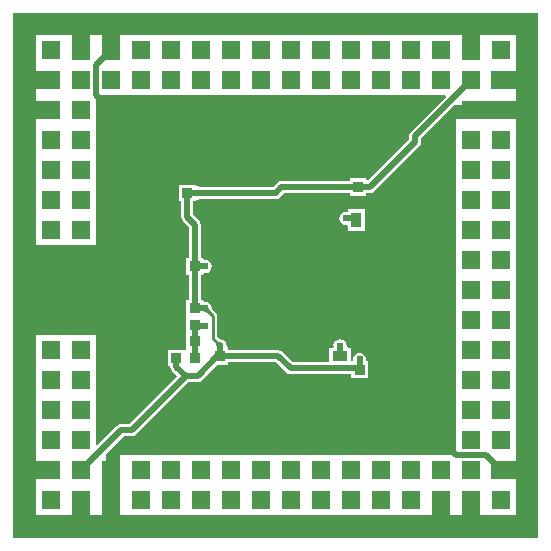
<source format=gbl>
%FSLAX25Y25*%
%MOIN*%
G70*
G01*
G75*
G04 Layer_Physical_Order=2*
G04 Layer_Color=16711680*
%ADD10C,0.01000*%
%ADD11C,0.01200*%
%ADD12O,0.01181X0.06890*%
%ADD13O,0.06890X0.01181*%
%ADD14R,0.09449X0.07874*%
%ADD15R,0.03543X0.03740*%
%ADD16R,0.06000X0.18000*%
%ADD17R,0.18000X0.04000*%
%ADD18R,0.10000X0.08248*%
%ADD19R,0.06000X0.08000*%
%ADD20R,0.08000X0.06000*%
%ADD21R,0.06000X0.08500*%
%ADD22R,0.08500X0.06000*%
%ADD23R,0.18000X0.06000*%
%ADD24R,0.10000X0.08500*%
%ADD25R,0.07500X0.12000*%
%ADD26R,0.05906X0.05906*%
%ADD27R,0.05906X0.05906*%
%ADD28C,0.02400*%
%ADD29C,0.04500*%
%ADD30C,0.02000*%
%ADD31R,0.03740X0.03543*%
%ADD32R,0.05118X0.03543*%
%ADD33R,0.03543X0.05118*%
%ADD34R,0.04654X0.02962*%
%ADD35R,0.04962X0.04654*%
%ADD36R,0.18724X0.06000*%
%ADD37R,0.06000X0.18500*%
G36*
X175277Y500D02*
X277D01*
Y68000D01*
Y98000D01*
Y175500D01*
X175277D01*
Y500D01*
D02*
G37*
%LPC*%
G36*
X167777Y168000D02*
X7777D01*
Y98057D01*
X27777Y98210D01*
Y148000D01*
X144239D01*
X144431Y147538D01*
X132835Y135942D01*
X132393Y135280D01*
X132237Y134500D01*
Y133345D01*
X118510Y119617D01*
X118048Y119809D01*
Y120319D01*
X112505D01*
Y119488D01*
X89725D01*
X88945Y119333D01*
X88283Y118891D01*
X86932Y117539D01*
X62685D01*
X62635Y117572D01*
X61777Y117743D01*
X61584Y117705D01*
X61198Y118022D01*
Y118272D01*
X55458D01*
Y112728D01*
X56288D01*
Y107449D01*
X56288Y107449D01*
X56288D01*
X56444Y106668D01*
X56886Y106007D01*
X58789Y104104D01*
Y93772D01*
X57958D01*
Y88228D01*
X58789D01*
Y79772D01*
X57958D01*
Y74228D01*
Y68728D01*
Y63272D01*
X57595D01*
Y63272D01*
X51855D01*
Y57728D01*
X52509D01*
X52686Y57551D01*
X52686Y57551D01*
D01*
X52841Y56771D01*
X53283Y56109D01*
X54893Y54500D01*
X38932Y38539D01*
X36277D01*
X35496Y38384D01*
X34835Y37942D01*
X28238Y31346D01*
X27777Y31537D01*
Y68000D01*
X7777D01*
Y8000D01*
X167777D01*
Y168000D01*
D02*
G37*
%LPD*%
G36*
X147776Y144463D02*
Y28000D01*
X31314D01*
X31122Y28462D01*
X37121Y34461D01*
X39777D01*
X40557Y34616D01*
X41218Y35058D01*
X58621Y52461D01*
X61777D01*
X62557Y52616D01*
X63218Y53058D01*
X68341Y58181D01*
X72048D01*
Y59012D01*
X87881D01*
X91335Y55558D01*
X91996Y55116D01*
X92777Y54961D01*
X113005D01*
Y53681D01*
X118548D01*
Y59421D01*
X118299D01*
X117981Y59808D01*
X118020Y60000D01*
X117849Y60858D01*
X117363Y61586D01*
X116635Y62072D01*
X115777Y62243D01*
X114918Y62072D01*
X114190Y61586D01*
X113704Y60858D01*
X113533Y60000D01*
X113572Y59808D01*
X113306Y59484D01*
X112836Y59653D01*
Y63906D01*
X111795D01*
X111478Y64292D01*
X111520Y64500D01*
X111349Y65358D01*
X110863Y66086D01*
X110135Y66572D01*
X109276Y66743D01*
X108418Y66572D01*
X107690Y66086D01*
X107204Y65358D01*
X107033Y64500D01*
X107075Y64292D01*
X106758Y63906D01*
X105717D01*
Y59039D01*
X93621D01*
X90167Y62493D01*
X89506Y62935D01*
X88725Y63090D01*
X72048D01*
Y63921D01*
X71799D01*
X71481Y64308D01*
X71520Y64500D01*
X71349Y65358D01*
X70863Y66086D01*
X70135Y66572D01*
X69276Y66743D01*
X69269Y66742D01*
X69169Y66783D01*
X69163Y66776D01*
X69163Y66776D01*
X68306Y67633D01*
Y74500D01*
X68209Y74988D01*
X68190Y75085D01*
X67858Y75581D01*
X66553Y76886D01*
X66553Y76886D01*
X66559Y76893D01*
X66518Y76992D01*
X66520Y77000D01*
X66349Y77858D01*
X65863Y78586D01*
X65135Y79072D01*
X64276Y79243D01*
X64084Y79205D01*
X63698Y79522D01*
Y79772D01*
X62867D01*
Y88228D01*
X63698D01*
Y88478D01*
X64084Y88795D01*
X64276Y88757D01*
X65135Y88928D01*
X65863Y89414D01*
X66349Y90142D01*
X66520Y91000D01*
X66349Y91858D01*
X65863Y92586D01*
X65135Y93072D01*
X64276Y93243D01*
X64084Y93205D01*
X63698Y93522D01*
Y93772D01*
X62867D01*
Y104949D01*
X62867Y104949D01*
X62867Y104949D01*
Y104949D01*
X62867D01*
X62867Y104949D01*
X62712Y105729D01*
X62270Y106391D01*
X60367Y108293D01*
Y112728D01*
X61198D01*
Y112978D01*
X61584Y113295D01*
X61777Y113257D01*
X62635Y113428D01*
X62685Y113461D01*
X87776D01*
X88557Y113616D01*
X89218Y114058D01*
X89218Y114058D01*
X89218Y114058D01*
X90570Y115410D01*
X112505D01*
Y114579D01*
X118048D01*
Y115410D01*
X119225D01*
X120006Y115565D01*
X120667Y116007D01*
X135718Y131058D01*
X136160Y131720D01*
X136316Y132500D01*
X136316Y132500D01*
X136316Y132500D01*
Y132500D01*
Y133655D01*
X147315Y144654D01*
X147776Y144463D01*
D02*
G37*
%LPC*%
G36*
X117414Y110059D02*
X111871D01*
Y109519D01*
X111485Y109202D01*
X111276Y109243D01*
X110418Y109072D01*
X109690Y108586D01*
X109204Y107858D01*
X109033Y107000D01*
X109204Y106142D01*
X109690Y105414D01*
X110418Y104928D01*
X111276Y104757D01*
X111485Y104798D01*
X111871Y104481D01*
Y102941D01*
X117414D01*
Y110059D01*
D02*
G37*
%LPD*%
D10*
X65472Y75805D02*
G03*
X64276Y76300I-1195J-1195D01*
G01*
X64977Y77000D02*
G03*
X65472Y75805I1690J0D01*
G01*
X68081Y65695D02*
G03*
X69276Y65200I1195J1195D01*
G01*
X68577Y64500D02*
G03*
X68081Y65695I-1690J0D01*
G01*
X60828Y70500D02*
Y71500D01*
Y70500D02*
X61328Y71000D01*
X66777Y67000D02*
X69276Y64500D01*
X66777Y67000D02*
Y74500D01*
X64276Y77000D02*
X66777Y74500D01*
D15*
X69276Y54949D02*
D03*
Y61051D02*
D03*
X115777Y50449D02*
D03*
Y56551D02*
D03*
X115277Y123551D02*
D03*
Y117449D02*
D03*
D21*
X152777Y164250D02*
D03*
Y11750D02*
D03*
X142777D02*
D03*
X22776D02*
D03*
Y164250D02*
D03*
X32776D02*
D03*
D22*
X164026Y153000D02*
D03*
Y23000D02*
D03*
X11526D02*
D03*
Y143000D02*
D03*
Y153000D02*
D03*
D26*
X142777D02*
D03*
X132776D02*
D03*
X142777Y163000D02*
D03*
X132776D02*
D03*
X122776D02*
D03*
X52776D02*
D03*
X32776D02*
D03*
X22776Y113000D02*
D03*
Y103000D02*
D03*
X152777Y163000D02*
D03*
X162777D02*
D03*
X152777Y123000D02*
D03*
Y133000D02*
D03*
Y143000D02*
D03*
Y153000D02*
D03*
X162777D02*
D03*
Y143000D02*
D03*
Y133000D02*
D03*
Y123000D02*
D03*
X152777Y83000D02*
D03*
X162777D02*
D03*
X152777Y73000D02*
D03*
Y63000D02*
D03*
X162777Y73000D02*
D03*
Y63000D02*
D03*
X152777Y33000D02*
D03*
Y23000D02*
D03*
Y43000D02*
D03*
X162777D02*
D03*
Y33000D02*
D03*
Y23000D02*
D03*
Y13000D02*
D03*
X152777D02*
D03*
X142777Y23000D02*
D03*
Y13000D02*
D03*
X132776Y23000D02*
D03*
Y13000D02*
D03*
X122776Y23000D02*
D03*
Y13000D02*
D03*
X112777Y23000D02*
D03*
Y13000D02*
D03*
X102777Y23000D02*
D03*
X22776D02*
D03*
X32776D02*
D03*
X22776Y13000D02*
D03*
X32776D02*
D03*
X12776D02*
D03*
Y23000D02*
D03*
Y63000D02*
D03*
Y103000D02*
D03*
Y113000D02*
D03*
X22776Y153000D02*
D03*
Y163000D02*
D03*
X12776Y143000D02*
D03*
Y153000D02*
D03*
Y163000D02*
D03*
D27*
X122776Y153000D02*
D03*
X112777D02*
D03*
X102777D02*
D03*
X92777D02*
D03*
X112777Y163000D02*
D03*
X102777D02*
D03*
X92777D02*
D03*
X82776D02*
D03*
X72777Y153000D02*
D03*
X82776D02*
D03*
X62776D02*
D03*
X52776D02*
D03*
X42777D02*
D03*
X32776D02*
D03*
X72777Y163000D02*
D03*
X62776D02*
D03*
X42777D02*
D03*
X22776Y123000D02*
D03*
X152777Y103000D02*
D03*
Y93000D02*
D03*
Y113000D02*
D03*
X162777D02*
D03*
Y103000D02*
D03*
Y93000D02*
D03*
X152777Y53000D02*
D03*
X162777D02*
D03*
X92777Y13000D02*
D03*
X102777D02*
D03*
X82776D02*
D03*
X72777D02*
D03*
X62776D02*
D03*
X52776D02*
D03*
X42777D02*
D03*
X92777Y23000D02*
D03*
X82776D02*
D03*
X72777D02*
D03*
X62776D02*
D03*
X52776D02*
D03*
X42777D02*
D03*
X12776Y33000D02*
D03*
Y43000D02*
D03*
Y53000D02*
D03*
X22776Y33000D02*
D03*
Y43000D02*
D03*
Y53000D02*
D03*
Y63000D02*
D03*
X12776Y123000D02*
D03*
X22776Y143000D02*
D03*
Y133000D02*
D03*
X12776D02*
D03*
D28*
X16276Y83000D02*
D03*
X48777Y133000D02*
D03*
X134276Y123000D02*
D03*
X38276Y93000D02*
D03*
X61777Y115500D02*
D03*
X64276Y71000D02*
D03*
X69276Y64500D02*
D03*
X64276Y91000D02*
D03*
X111276Y107000D02*
D03*
X109276Y64500D02*
D03*
X64276Y77000D02*
D03*
X115777Y60000D02*
D03*
X87776Y88000D02*
D03*
X93777Y94000D02*
D03*
X99777Y100000D02*
D03*
X105777Y106000D02*
D03*
X81776Y94000D02*
D03*
X69776Y106000D02*
D03*
X75776Y100000D02*
D03*
X105777Y70000D02*
D03*
X99777Y76000D02*
D03*
X93777Y82000D02*
D03*
X81776D02*
D03*
X75776Y76000D02*
D03*
X69776Y70000D02*
D03*
X46277Y38000D02*
D03*
X125277Y43000D02*
D03*
X51026Y53750D02*
D03*
D29*
X162777Y163000D02*
D03*
X52776Y153000D02*
D03*
X42777D02*
D03*
Y163000D02*
D03*
X52776D02*
D03*
X62776D02*
D03*
Y153000D02*
D03*
X72777D02*
D03*
Y163000D02*
D03*
X82776Y153000D02*
D03*
Y163000D02*
D03*
X92777D02*
D03*
Y153000D02*
D03*
X102777D02*
D03*
Y163000D02*
D03*
X112777D02*
D03*
Y153000D02*
D03*
X122776D02*
D03*
Y163000D02*
D03*
X132776D02*
D03*
Y153000D02*
D03*
X142777D02*
D03*
Y163000D02*
D03*
X152777Y133000D02*
D03*
X162777D02*
D03*
Y123000D02*
D03*
X152777D02*
D03*
Y113000D02*
D03*
X162777D02*
D03*
X152777Y103000D02*
D03*
X162777D02*
D03*
Y93000D02*
D03*
X152777D02*
D03*
Y83000D02*
D03*
X162777D02*
D03*
X152777Y73000D02*
D03*
X162777D02*
D03*
Y63000D02*
D03*
X152777D02*
D03*
Y53000D02*
D03*
X162777D02*
D03*
Y43000D02*
D03*
X152777D02*
D03*
Y33000D02*
D03*
X162777D02*
D03*
X132776Y23000D02*
D03*
X122776D02*
D03*
X112777D02*
D03*
X142777D02*
D03*
X132776Y13000D02*
D03*
X122776D02*
D03*
X112777D02*
D03*
X102777D02*
D03*
Y23000D02*
D03*
X92777D02*
D03*
Y13000D02*
D03*
X82776D02*
D03*
Y23000D02*
D03*
X72777D02*
D03*
Y13000D02*
D03*
X62776D02*
D03*
Y23000D02*
D03*
X52776D02*
D03*
Y13000D02*
D03*
X42777D02*
D03*
Y23000D02*
D03*
X12776Y33000D02*
D03*
X22776D02*
D03*
X12776Y43000D02*
D03*
X22776D02*
D03*
Y53000D02*
D03*
X12776D02*
D03*
Y63000D02*
D03*
X22776D02*
D03*
Y103000D02*
D03*
X12776D02*
D03*
Y113000D02*
D03*
X22776D02*
D03*
Y123000D02*
D03*
X12776D02*
D03*
Y133000D02*
D03*
X22776D02*
D03*
Y143000D02*
D03*
X32776Y153000D02*
D03*
X22776D02*
D03*
X12776Y163000D02*
D03*
X152777Y153000D02*
D03*
Y23000D02*
D03*
X162777Y13000D02*
D03*
X22776Y23000D02*
D03*
X12776Y13000D02*
D03*
Y23000D02*
D03*
X22776Y13000D02*
D03*
X152777Y143000D02*
D03*
X162777D02*
D03*
Y153000D02*
D03*
X12776Y143000D02*
D03*
Y153000D02*
D03*
X22776Y163000D02*
D03*
X32776D02*
D03*
X152777D02*
D03*
X162777Y23000D02*
D03*
X152777Y13000D02*
D03*
X142777D02*
D03*
X32776D02*
D03*
Y23000D02*
D03*
D30*
X125477Y43000D02*
G03*
X127739Y37537I7726J0D01*
G01*
X119814Y45463D02*
G03*
X125277Y43200I5463J5463D01*
G01*
X52225Y123551D02*
X115277D01*
X122910Y56134D02*
Y106500D01*
X117225Y50449D02*
X122910Y56134D01*
X115777Y50449D02*
X117225D01*
X61328Y71000D02*
X64276D01*
X60828Y60500D02*
Y66000D01*
Y70500D01*
X54725Y66000D02*
Y71500D01*
Y77000D01*
X69276Y61051D02*
Y64500D01*
X60828Y77000D02*
X64276D01*
X60828Y91000D02*
X64276D01*
X111276Y107000D02*
X114143D01*
X109276Y61134D02*
Y64500D01*
X69276Y61051D02*
X88725D01*
X92777Y57000D01*
X115328D01*
X115777Y56551D02*
Y60000D01*
X69276Y54949D02*
X82828D01*
X84910Y52866D01*
X109276D01*
X111694Y50449D01*
X115777D01*
X61777Y54500D02*
X68328Y61051D01*
X69276D01*
X60828Y77000D02*
Y91000D01*
X54725Y77000D02*
Y91000D01*
X58328Y107449D02*
Y115500D01*
Y107449D02*
X60828Y104949D01*
Y91000D02*
Y104949D01*
X52225Y104551D02*
Y115500D01*
Y104551D02*
X54725Y102051D01*
Y91000D02*
Y102051D01*
X87776Y115500D02*
X89725Y117449D01*
X58328Y115500D02*
X61777D01*
X87776D01*
X134276Y134500D02*
X152777Y153000D01*
X89725Y117449D02*
X115277D01*
X27777Y158000D02*
X32776Y163000D01*
X27777Y148000D02*
Y158000D01*
Y148000D02*
X52225Y123551D01*
Y115500D02*
Y123551D01*
X115277Y117449D02*
X119225D01*
X134276Y132500D01*
Y134500D01*
X115777Y49500D02*
Y50449D01*
Y49500D02*
X129277Y36000D01*
X139777D01*
X147776Y28000D01*
X157776D01*
X162777Y23000D01*
X109276Y61134D02*
Y64500D01*
X57776Y54500D02*
X61777D01*
X54725Y57551D02*
X57776Y54500D01*
X54725Y57551D02*
Y60500D01*
X22776Y23000D02*
X36277Y36500D01*
X39777D01*
X57776Y54500D01*
D31*
X52225Y115500D02*
D03*
X58328D02*
D03*
X54725Y91000D02*
D03*
X60828D02*
D03*
X54725Y77000D02*
D03*
X60828D02*
D03*
Y71500D02*
D03*
X54725D02*
D03*
X60828Y66000D02*
D03*
X54725D02*
D03*
X60828Y60500D02*
D03*
X54725D02*
D03*
D32*
X109276Y52866D02*
D03*
Y61134D02*
D03*
D33*
X122910Y106500D02*
D03*
X114643D02*
D03*
D34*
X33449Y26981D02*
D03*
D35*
X149795Y142327D02*
D03*
D36*
X159138Y143000D02*
D03*
D37*
X32776Y16750D02*
D03*
M02*

</source>
